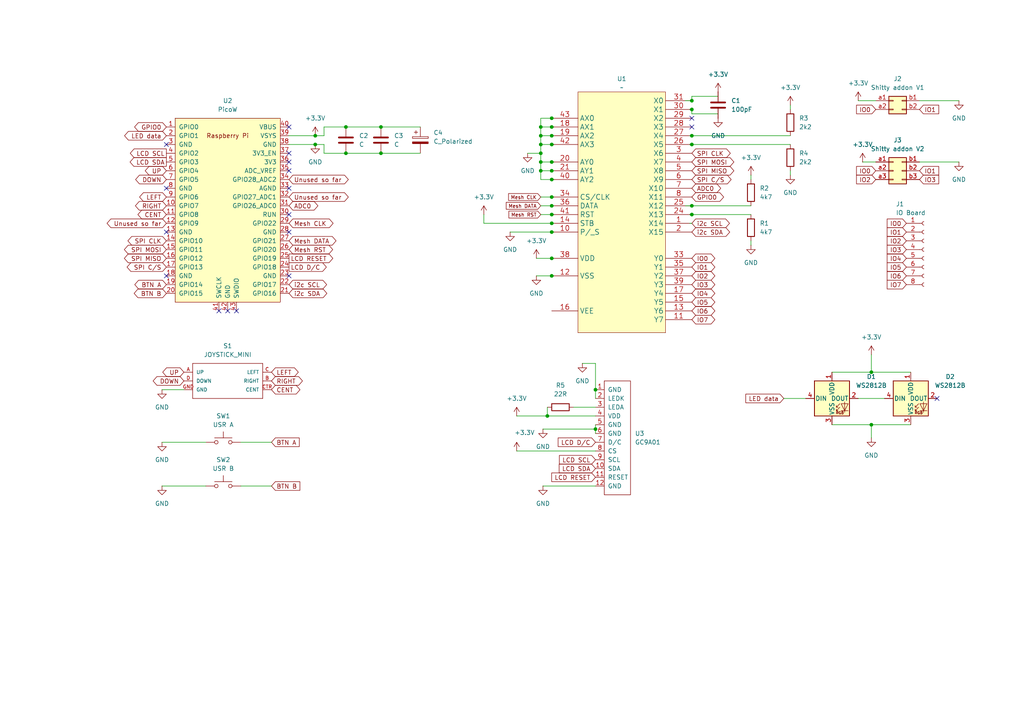
<source format=kicad_sch>
(kicad_sch (version 20231120) (generator "eeschema") (generator_version "8.0")
  (paper "A4")
  (lib_symbols
    (symbol "Connector:Conn_01x08_Socket" (pin_names (offset 1.016) hide)
      (property "Reference" "J" (at 0 10.16 0))
      (property "Value" "Conn_01x08_Socket" (at 0 -12.7 0))
      (symbol "Conn_01x08_Socket_1_1"
        (arc (start 0 -9.652) (mid -0.5058 -10.16) (end 0 -10.668) (stroke (width 0.1524)))
        (arc (start 0 -7.112) (mid -0.5058 -7.62) (end 0 -8.128) (stroke (width 0.1524)))
        (arc (start 0 -4.572) (mid -0.5058 -5.08) (end 0 -5.588) (stroke (width 0.1524)))
        (arc (start 0 -2.032) (mid -0.5058 -2.54) (end 0 -3.048) (stroke (width 0.1524)))
        (polyline (pts (xy -1.27 -10.16) (xy -0.508 -10.16)) (stroke (width 0.1524)))
        (polyline (pts (xy -1.27 -7.62) (xy -0.508 -7.62)) (stroke (width 0.1524)))
        (polyline (pts (xy -1.27 -5.08) (xy -0.508 -5.08)) (stroke (width 0.1524)))
        (polyline (pts (xy -1.27 -2.54) (xy -0.508 -2.54)) (stroke (width 0.1524)))
        (polyline (pts (xy -1.27 0) (xy -0.508 0)) (stroke (width 0.1524)))
        (polyline (pts (xy -1.27 2.54) (xy -0.508 2.54)) (stroke (width 0.1524)))
        (polyline (pts (xy -1.27 5.08) (xy -0.508 5.08)) (stroke (width 0.1524)))
        (polyline (pts (xy -1.27 7.62) (xy -0.508 7.62)) (stroke (width 0.1524)))
        (arc (start 0 0.508) (mid -0.5058 0) (end 0 -0.508) (stroke (width 0.1524)))
        (arc (start 0 3.048) (mid -0.5058 2.54) (end 0 2.032) (stroke (width 0.1524)))
        (arc (start 0 5.588) (mid -0.5058 5.08) (end 0 4.572) (stroke (width 0.1524)))
        (arc (start 0 8.128) (mid -0.5058 7.62) (end 0 7.112) (stroke (width 0.1524)))
        (pin passive line (at -5.08 7.62 0) (length 3.81) (name "Pin_1") (number "1"))
        (pin passive line (at -5.08 5.08 0) (length 3.81) (name "Pin_2") (number "2"))
        (pin passive line (at -5.08 2.54 0) (length 3.81) (name "Pin_3") (number "3"))
        (pin passive line (at -5.08 0 0) (length 3.81) (name "Pin_4") (number "4"))
        (pin passive line (at -5.08 -2.54 0) (length 3.81) (name "Pin_5") (number "5"))
        (pin passive line (at -5.08 -5.08 0) (length 3.81) (name "Pin_6") (number "6"))
        (pin passive line (at -5.08 -7.62 0) (length 3.81) (name "Pin_7") (number "7"))
        (pin passive line (at -5.08 -10.16 0) (length 3.81) (name "Pin_8") (number "8"))
      )
    )
    (symbol "Connector_Generic:Conn_02x02_Row_Letter_First" (pin_names (offset 1.016) hide)
      (property "Reference" "J" (at 1.27 2.54 0))
      (property "Value" "Conn_02x02_Row_Letter_First" (at 1.27 -5.08 0))
      (symbol "Conn_02x02_Row_Letter_First_1_1"
        (rectangle (start -1.27 -2.413) (end 0 -2.667) (stroke (width 0.1524)))
        (rectangle (start -1.27 0.127) (end 0 -0.127) (stroke (width 0.1524)))
        (rectangle (start -1.27 1.27) (end 3.81 -3.81) (stroke (width 0.254)) (fill (type background)))
        (rectangle (start 3.81 -2.413) (end 2.54 -2.667) (stroke (width 0.1524)))
        (rectangle (start 3.81 0.127) (end 2.54 -0.127) (stroke (width 0.1524)))
        (pin passive line (at -5.08 0 0) (length 3.81) (name "Pin_a1") (number "a1"))
        (pin passive line (at -5.08 -2.54 0) (length 3.81) (name "Pin_a2") (number "a2"))
        (pin passive line (at 7.62 0 180) (length 3.81) (name "Pin_b1") (number "b1"))
        (pin passive line (at 7.62 -2.54 180) (length 3.81) (name "Pin_b2") (number "b2"))
      )
    )
    (symbol "Connector_Generic:Conn_02x03_Row_Letter_First" (pin_names (offset 1.016) hide)
      (property "Reference" "J" (at 1.27 5.08 0))
      (property "Value" "Conn_02x03_Row_Letter_First" (at 1.27 -5.08 0))
      (symbol "Conn_02x03_Row_Letter_First_1_1"
        (rectangle (start -1.27 -2.413) (end 0 -2.667) (stroke (width 0.1524)))
        (rectangle (start -1.27 0.127) (end 0 -0.127) (stroke (width 0.1524)))
        (rectangle (start -1.27 2.667) (end 0 2.413) (stroke (width 0.1524)))
        (rectangle (start -1.27 3.81) (end 3.81 -3.81) (stroke (width 0.254)) (fill (type background)))
        (rectangle (start 3.81 -2.413) (end 2.54 -2.667) (stroke (width 0.1524)))
        (rectangle (start 3.81 0.127) (end 2.54 -0.127) (stroke (width 0.1524)))
        (rectangle (start 3.81 2.667) (end 2.54 2.413) (stroke (width 0.1524)))
        (pin passive line (at -5.08 2.54 0) (length 3.81) (name "Pin_a1") (number "a1"))
        (pin passive line (at -5.08 0 0) (length 3.81) (name "Pin_a2") (number "a2"))
        (pin passive line (at -5.08 -2.54 0) (length 3.81) (name "Pin_a3") (number "a3"))
        (pin passive line (at 7.62 2.54 180) (length 3.81) (name "Pin_b1") (number "b1"))
        (pin passive line (at 7.62 0 180) (length 3.81) (name "Pin_b2") (number "b2"))
        (pin passive line (at 7.62 -2.54 180) (length 3.81) (name "Pin_b3") (number "b3"))
      )
    )
    (symbol "Device:C" (pin_numbers hide) (pin_names (offset 0.254))
      (property "Reference" "C" (at 0.635 2.54 0))
      (property "Value" "C" (at 0.635 -2.54 0))
      (symbol "C_0_1"
        (polyline (pts (xy -2.032 -0.762) (xy 2.032 -0.762)) (stroke (width 0.508)))
        (polyline (pts (xy -2.032 0.762) (xy 2.032 0.762)) (stroke (width 0.508)))
      )
      (symbol "C_1_1"
        (pin passive line (at 0 3.81 270) (length 2.794) (name "~") (number "1"))
        (pin passive line (at 0 -3.81 90) (length 2.794) (name "~") (number "2"))
      )
    )
    (symbol "Device:C_Polarized" (pin_numbers hide) (pin_names (offset 0.254))
      (property "Reference" "C" (at 0.635 2.54 0))
      (property "Value" "C_Polarized" (at 0.635 -2.54 0))
      (symbol "C_Polarized_0_1"
        (rectangle (start -2.286 0.508) (end 2.286 1.016))
        (polyline (pts (xy -1.778 2.286) (xy -0.762 2.286)))
        (polyline (pts (xy -1.27 2.794) (xy -1.27 1.778)))
        (rectangle (start 2.286 -0.508) (end -2.286 -1.016) (fill (type outline)))
      )
      (symbol "C_Polarized_1_1"
        (pin passive line (at 0 3.81 270) (length 2.794) (name "~") (number "1"))
        (pin passive line (at 0 -3.81 90) (length 2.794) (name "~") (number "2"))
      )
    )
    (symbol "Device:R" (pin_numbers hide) (pin_names (offset 0))
      (property "Reference" "R" (at 2.032 0 90))
      (property "Value" "R" (at 0 0 90))
      (symbol "R_0_1"
        (rectangle (start -1.016 -2.54) (end 1.016 2.54) (stroke (width 0.254)))
      )
      (symbol "R_1_1"
        (pin passive line (at 0 3.81 270) (length 1.27) (name "~") (number "1"))
        (pin passive line (at 0 -3.81 90) (length 1.27) (name "~") (number "2"))
      )
    )
    (symbol "GC9A01:GC9A01" (pin_names (offset 1.016))
      (property "Reference" "U" (at -2.54 16.51 0))
      (property "Value" "GC9A01" (at 0 -19.05 0))
      (symbol "GC9A01_0_1"
        (rectangle (start -3.81 15.24) (end 3.81 -17.78))
      )
      (symbol "GC9A01_1_1"
        (pin input line (at -6.35 12.7 0) (length 2.54) (name "GND") (number "1"))
        (pin input line (at -6.35 -10.16 0) (length 2.54) (name "SDA") (number "10"))
        (pin input line (at -6.35 -12.7 0) (length 2.54) (name "RESET") (number "11"))
        (pin input line (at -6.35 -15.24 0) (length 2.54) (name "GND") (number "12"))
        (pin input line (at -6.35 10.16 0) (length 2.54) (name "LEDK") (number "2"))
        (pin input line (at -6.35 7.62 0) (length 2.54) (name "LEDA") (number "3"))
        (pin input line (at -6.35 5.08 0) (length 2.54) (name "VDD") (number "4"))
        (pin input line (at -6.35 2.54 0) (length 2.54) (name "GND") (number "5"))
        (pin input line (at -6.35 0 0) (length 2.54) (name "GND") (number "6"))
        (pin input line (at -6.35 -2.54 0) (length 2.54) (name "D/C") (number "7"))
        (pin input line (at -6.35 -5.08 0) (length 2.54) (name "CS") (number "8"))
        (pin input line (at -6.35 -7.62 0) (length 2.54) (name "SCL") (number "9"))
      )
    )
    (symbol "JumperlessSymbols:CH446Q"
      (property "Reference" "U" (at 0 12.7 0))
      (symbol "CH446Q_1_1"
        (rectangle (start -12.065 35.56) (end 13.335 -34.29) (stroke (width 0.127)) (fill (type background)))
        (pin bidirectional line (at 20.955 -2.54 180) (length 7.62) (name "X14") (number "1"))
        (pin input line (at -19.685 -5.08 0) (length 7.62) (name "P/_S") (number "10"))
        (pin bidirectional line (at 20.955 -30.48 180) (length 7.62) (name "Y7") (number "11"))
        (pin power_in line (at -19.685 -17.78 0) (length 7.62) (name "VSS") (number "12"))
        (pin bidirectional line (at 20.955 -27.94 180) (length 7.62) (name "Y6") (number "13"))
        (pin input line (at -19.685 -2.54 0) (length 7.62) (name "STB") (number "14"))
        (pin bidirectional line (at 20.955 -25.4 180) (length 7.62) (name "Y5") (number "15"))
        (pin power_in line (at -19.685 -27.94 0) (length 7.62) (name "VEE") (number "16"))
        (pin bidirectional line (at 20.955 -22.86 180) (length 7.62) (name "Y4") (number "17"))
        (pin input line (at -19.685 25.4 0) (length 7.62) (name "AX1") (number "18"))
        (pin input line (at -19.685 22.86 0) (length 7.62) (name "AX2") (number "19"))
        (pin bidirectional line (at 20.955 -5.08 180) (length 7.62) (name "X15") (number "2"))
        (pin input line (at -19.685 15.24 0) (length 7.62) (name "AY0") (number "20"))
        (pin input line (at -19.685 12.7 0) (length 7.62) (name "AY1") (number "21"))
        (pin bidirectional line (at 20.955 0 180) (length 7.62) (name "X13") (number "24"))
        (pin bidirectional line (at 20.955 2.54 180) (length 7.62) (name "X12") (number "25"))
        (pin bidirectional line (at 20.955 20.32 180) (length 7.62) (name "X5") (number "26"))
        (pin bidirectional line (at 20.955 22.86 180) (length 7.62) (name "X4") (number "27"))
        (pin bidirectional line (at 20.955 25.4 180) (length 7.62) (name "X3") (number "28"))
        (pin bidirectional line (at 20.955 27.94 180) (length 7.62) (name "X2") (number "29"))
        (pin bidirectional line (at 20.955 17.78 180) (length 7.62) (name "X6") (number "3"))
        (pin bidirectional line (at 20.955 30.48 180) (length 7.62) (name "X1") (number "30"))
        (pin bidirectional line (at 20.955 33.02 180) (length 7.62) (name "X0") (number "31"))
        (pin bidirectional line (at 20.955 -12.7 180) (length 7.62) (name "Y0") (number "33"))
        (pin input line (at -19.685 5.08 0) (length 7.62) (name "CS/CLK") (number "34"))
        (pin bidirectional line (at 20.955 -15.24 180) (length 7.62) (name "Y1") (number "35"))
        (pin input line (at -19.685 2.54 0) (length 7.62) (name "DATA") (number "36"))
        (pin bidirectional line (at 20.955 -17.78 180) (length 7.62) (name "Y2") (number "37"))
        (pin power_in line (at -19.685 -12.7 0) (length 7.62) (name "VDD") (number "38"))
        (pin bidirectional line (at 20.955 -20.32 180) (length 7.62) (name "Y3") (number "39"))
        (pin bidirectional line (at 20.955 15.24 180) (length 7.62) (name "X7") (number "4"))
        (pin input line (at -19.685 10.16 0) (length 7.62) (name "AY2") (number "40"))
        (pin input line (at -19.685 0 0) (length 7.62) (name "RST") (number "41"))
        (pin input line (at -19.685 20.32 0) (length 7.62) (name "AX3") (number "42"))
        (pin input line (at -19.685 27.94 0) (length 7.62) (name "AX0") (number "43"))
        (pin bidirectional line (at 20.955 12.7 180) (length 7.62) (name "X8") (number "5"))
        (pin bidirectional line (at 20.955 10.16 180) (length 7.62) (name "X9") (number "6"))
        (pin bidirectional line (at 20.955 7.62 180) (length 7.62) (name "X10") (number "7"))
        (pin bidirectional line (at 20.955 5.08 180) (length 7.62) (name "X11") (number "8"))
      )
    )
    (symbol "LED:WS2812B" (pin_names (offset 0.254))
      (property "Reference" "D" (at 5.08 5.715 0))
      (property "Value" "WS2812B" (at 1.27 -5.715 0))
      (symbol "WS2812B_0_0"
        (text "RGB" (at 2.286 -4.191 0) (effects (font (size 0.762 0.762))))
      )
      (symbol "WS2812B_0_1"
        (polyline (pts (xy 1.27 -3.556) (xy 1.778 -3.556)))
        (polyline (pts (xy 1.27 -2.54) (xy 1.778 -2.54)))
        (polyline (pts (xy 4.699 -3.556) (xy 2.667 -3.556)))
        (polyline (pts (xy 2.286 -2.54) (xy 1.27 -3.556) (xy 1.27 -3.048)))
        (polyline (pts (xy 2.286 -1.524) (xy 1.27 -2.54) (xy 1.27 -2.032)))
        (polyline (pts (xy 3.683 -1.016) (xy 3.683 -3.556) (xy 3.683 -4.064)))
        (polyline (pts (xy 4.699 -1.524) (xy 2.667 -1.524) (xy 3.683 -3.556) (xy 4.699 -1.524)))
        (rectangle (start 5.08 5.08) (end -5.08 -5.08) (stroke (width 0.254)) (fill (type background)))
      )
      (symbol "WS2812B_1_1"
        (pin power_in line (at 0 7.62 270) (length 2.54) (name "VDD") (number "1"))
        (pin output line (at 7.62 0 180) (length 2.54) (name "DOUT") (number "2"))
        (pin power_in line (at 0 -7.62 90) (length 2.54) (name "VSS") (number "3"))
        (pin input line (at -7.62 0 0) (length 2.54) (name "DIN") (number "4"))
      )
    )
    (symbol "RPi_Pico:PicoW" (pin_names (offset 1.016))
      (property "Reference" "U" (at -13.97 27.94 0))
      (property "Value" "PicoW" (at 0 19.05 0))
      (symbol "PicoW_0_0"
        (text "Raspberry Pi" (at 0 21.59 0) (effects (font (size 1.27 1.27))))
      )
      (symbol "PicoW_0_1"
        (rectangle (start -15.24 26.67) (end 15.24 -26.67) (fill (type background)))
      )
      (symbol "PicoW_1_1"
        (pin bidirectional line (at -17.78 24.13 0) (length 2.54) (name "GPIO0") (number "1"))
        (pin bidirectional line (at -17.78 1.27 0) (length 2.54) (name "GPIO7") (number "10"))
        (pin bidirectional line (at -17.78 -1.27 0) (length 2.54) (name "GPIO8") (number "11"))
        (pin bidirectional line (at -17.78 -3.81 0) (length 2.54) (name "GPIO9") (number "12"))
        (pin power_in line (at -17.78 -6.35 0) (length 2.54) (name "GND") (number "13"))
        (pin bidirectional line (at -17.78 -8.89 0) (length 2.54) (name "GPIO10") (number "14"))
        (pin bidirectional line (at -17.78 -11.43 0) (length 2.54) (name "GPIO11") (number "15"))
        (pin bidirectional line (at -17.78 -13.97 0) (length 2.54) (name "GPIO12") (number "16"))
        (pin bidirectional line (at -17.78 -16.51 0) (length 2.54) (name "GPIO13") (number "17"))
        (pin power_in line (at -17.78 -19.05 0) (length 2.54) (name "GND") (number "18"))
        (pin bidirectional line (at -17.78 -21.59 0) (length 2.54) (name "GPIO14") (number "19"))
        (pin bidirectional line (at -17.78 21.59 0) (length 2.54) (name "GPIO1") (number "2"))
        (pin bidirectional line (at -17.78 -24.13 0) (length 2.54) (name "GPIO15") (number "20"))
        (pin bidirectional line (at 17.78 -24.13 180) (length 2.54) (name "GPIO16") (number "21"))
        (pin bidirectional line (at 17.78 -21.59 180) (length 2.54) (name "GPIO17") (number "22"))
        (pin power_in line (at 17.78 -19.05 180) (length 2.54) (name "GND") (number "23"))
        (pin bidirectional line (at 17.78 -16.51 180) (length 2.54) (name "GPIO18") (number "24"))
        (pin bidirectional line (at 17.78 -13.97 180) (length 2.54) (name "GPIO19") (number "25"))
        (pin bidirectional line (at 17.78 -11.43 180) (length 2.54) (name "GPIO20") (number "26"))
        (pin bidirectional line (at 17.78 -8.89 180) (length 2.54) (name "GPIO21") (number "27"))
        (pin power_in line (at 17.78 -6.35 180) (length 2.54) (name "GND") (number "28"))
        (pin bidirectional line (at 17.78 -3.81 180) (length 2.54) (name "GPIO22") (number "29"))
        (pin power_in line (at -17.78 19.05 0) (length 2.54) (name "GND") (number "3"))
        (pin input line (at 17.78 -1.27 180) (length 2.54) (name "RUN") (number "30"))
        (pin bidirectional line (at 17.78 1.27 180) (length 2.54) (name "GPIO26_ADC0") (number "31"))
        (pin bidirectional line (at 17.78 3.81 180) (length 2.54) (name "GPIO27_ADC1") (number "32"))
        (pin power_in line (at 17.78 6.35 180) (length 2.54) (name "AGND") (number "33"))
        (pin bidirectional line (at 17.78 8.89 180) (length 2.54) (name "GPIO28_ADC2") (number "34"))
        (pin unspecified line (at 17.78 11.43 180) (length 2.54) (name "ADC_VREF") (number "35"))
        (pin unspecified line (at 17.78 13.97 180) (length 2.54) (name "3V3") (number "36"))
        (pin input line (at 17.78 16.51 180) (length 2.54) (name "3V3_EN") (number "37"))
        (pin bidirectional line (at 17.78 19.05 180) (length 2.54) (name "GND") (number "38"))
        (pin unspecified line (at 17.78 21.59 180) (length 2.54) (name "VSYS") (number "39"))
        (pin bidirectional line (at -17.78 16.51 0) (length 2.54) (name "GPIO2") (number "4"))
        (pin unspecified line (at 17.78 24.13 180) (length 2.54) (name "VBUS") (number "40"))
        (pin input line (at -2.54 -29.21 90) (length 2.54) (name "SWCLK") (number "41"))
        (pin power_in line (at 0 -29.21 90) (length 2.54) (name "GND") (number "42"))
        (pin bidirectional line (at 2.54 -29.21 90) (length 2.54) (name "SWDIO") (number "43"))
        (pin bidirectional line (at -17.78 13.97 0) (length 2.54) (name "GPIO3") (number "5"))
        (pin bidirectional line (at -17.78 11.43 0) (length 2.54) (name "GPIO4") (number "6"))
        (pin bidirectional line (at -17.78 8.89 0) (length 2.54) (name "GPIO5") (number "7"))
        (pin power_in line (at -17.78 6.35 0) (length 2.54) (name "GND") (number "8"))
        (pin bidirectional line (at -17.78 3.81 0) (length 2.54) (name "GPIO6") (number "9"))
      )
    )
    (symbol "SparkFun-Electromechanical:JOYSTICK_MINI" (pin_names (offset 1.016))
      (property "Reference" "S" (at -10.16 5.842 0))
      (property "Value" "JOYSTICK_MINI" (at -10.16 -7.62 0))
      (symbol "JOYSTICK_MINI_1_0"
        (polyline (pts (xy -10.16 -5.08) (xy -10.16 5.08)))
        (polyline (pts (xy -10.16 5.08) (xy 10.16 5.08)))
        (polyline (pts (xy 10.16 -5.08) (xy -10.16 -5.08)))
        (polyline (pts (xy 10.16 5.08) (xy 10.16 -5.08)))
      )
      (symbol "JOYSTICK_MINI_1_1"
        (pin bidirectional line (at -12.7 2.54 0) (length 2.54) (name "UP") (number "A"))
        (pin bidirectional line (at 12.7 0 180) (length 2.54) (name "RIGHT") (number "B"))
        (pin bidirectional line (at 12.7 2.54 180) (length 2.54) (name "LEFT") (number "C"))
        (pin bidirectional line (at 12.7 -2.54 180) (length 2.54) (name "CENT") (number "CTR"))
        (pin bidirectional line (at -12.7 0 0) (length 2.54) (name "DOWN") (number "D"))
        (pin bidirectional line (at -12.7 -2.54 0) (length 2.54) (name "GND") (number "GND"))
      )
    )
    (symbol "Switch:SW_Push" (pin_numbers hide) (pin_names (offset 1.016) hide)
      (property "Reference" "SW" (at 1.27 2.54 0))
      (property "Value" "SW_Push" (at 0 -1.524 0))
      (symbol "SW_Push_0_1"
        (circle (center -2.032 0) (radius 0.508))
        (polyline (pts (xy 0 1.27) (xy 0 3.048)))
        (polyline (pts (xy 2.54 1.27) (xy -2.54 1.27)))
        (circle (center 2.032 0) (radius 0.508))
        (pin passive line (at -5.08 0 0) (length 2.54) (name "1") (number "1"))
        (pin passive line (at 5.08 0 180) (length 2.54) (name "2") (number "2"))
      )
    )
    (symbol "power:+3.3V" (power) (pin_numbers hide) (pin_names (offset 0) hide)
      (property "Value" "+3.3V" (at 0 3.556 0))
      (symbol "+3.3V_0_1"
        (polyline (pts (xy -0.762 1.27) (xy 0 2.54)))
        (polyline (pts (xy 0 0) (xy 0 2.54)))
        (polyline (pts (xy 0 2.54) (xy 0.762 1.27)))
      )
      (symbol "+3.3V_1_1"
        (pin power_in line (at 0 0 90) (length 0) (name "~") (number "1"))
      )
    )
    (symbol "power:GND" (power) (pin_numbers hide) (pin_names (offset 0) hide)
      (property "Value" "GND" (at 0 -3.81 0))
      (symbol "GND_0_1"
        (polyline (pts (xy 0 0) (xy 0 -1.27) (xy 1.27 -1.27) (xy 0 -2.54) (xy -1.27 -1.27) (xy 0 -1.27)))
      )
      (symbol "GND_1_1"
        (pin power_in line (at 0 0 270) (length 0) (name "~") (number "1"))
      )
    )
  )
  (junction (at 252.73 123.19))
  (junction (at 160.02 34.29))
  (junction (at 160.02 62.23))
  (junction (at 160.02 67.31))
  (junction (at 156.845 49.53))
  (junction (at 100.33 44.45))
  (junction (at 91.44 41.91))
  (junction (at 172.72 124.46))
  (junction (at 160.02 49.53))
  (junction (at 160.02 59.69))
  (junction (at 158.75 120.65))
  (junction (at 160.02 80.01))
  (junction (at 252.73 107.95))
  (junction (at 200.66 29.21))
  (junction (at 100.33 36.83))
  (junction (at 110.49 44.45))
  (junction (at 160.02 57.15))
  (junction (at 156.845 41.91))
  (junction (at 160.02 39.37))
  (junction (at 156.845 44.45))
  (junction (at 160.02 52.07))
  (junction (at 91.44 39.37))
  (junction (at 200.66 41.91))
  (junction (at 156.845 39.37))
  (junction (at 156.845 46.99))
  (junction (at 156.845 36.83))
  (junction (at 172.72 113.03))
  (junction (at 160.02 41.91))
  (junction (at 200.66 31.75))
  (junction (at 160.02 46.99))
  (junction (at 160.02 36.83))
  (junction (at 110.49 36.83))
  (junction (at 160.02 64.77))
  (junction (at 200.66 62.23))
  (junction (at 200.66 59.69))
  (junction (at 160.02 74.93))
  (junction (at 200.66 39.37))
  (no_connect (at 48.26 41.91))
  (no_connect (at 66.04 90.17))
  (no_connect (at 83.82 67.31))
  (no_connect (at 83.82 44.45))
  (no_connect (at 271.78 115.57))
  (no_connect (at 48.26 80.01))
  (no_connect (at 83.82 62.23))
  (no_connect (at 83.82 46.99))
  (no_connect (at 83.82 80.01))
  (no_connect (at 83.82 49.53))
  (no_connect (at 68.58 90.17))
  (no_connect (at 63.5 90.17))
  (no_connect (at 48.26 54.61))
  (no_connect (at 83.82 36.83))
  (no_connect (at 83.82 54.61))
  (no_connect (at 200.66 36.83))
  (no_connect (at 200.66 34.29))
  (no_connect (at 48.26 67.31))
  (wire (pts (xy 156.845 46.99) (xy 160.02 46.99)))
  (wire (pts (xy 69.85 128.27) (xy 78.74 128.27)))
  (wire (pts (xy 156.845 44.45) (xy 156.845 46.99)))
  (wire (pts (xy 157.48 124.46) (xy 172.72 124.46)))
  (wire (pts (xy 83.82 39.37) (xy 91.44 39.37)))
  (wire (pts (xy 100.33 44.45) (xy 110.49 44.45)))
  (wire (pts (xy 157.48 140.97) (xy 172.72 140.97)))
  (wire (pts (xy 252.73 107.95) (xy 264.16 107.95)))
  (wire (pts (xy 147.955 67.31) (xy 160.02 67.31)))
  (wire (pts (xy 100.33 44.45) (xy 93.98 44.45)))
  (wire (pts (xy 160.02 39.37) (xy 160.655 39.37)))
  (wire (pts (xy 100.33 36.83) (xy 110.49 36.83)))
  (wire (pts (xy 229.235 30.48) (xy 229.235 31.75)))
  (wire (pts (xy 160.02 62.23) (xy 160.655 62.23)))
  (wire (pts (xy 158.75 120.65) (xy 172.72 120.65)))
  (wire (pts (xy 156.845 46.99) (xy 156.845 49.53)))
  (wire (pts (xy 227.33 115.57) (xy 233.68 115.57)))
  (wire (pts (xy 93.98 39.37) (xy 91.44 39.37)))
  (wire (pts (xy 156.845 36.83) (xy 156.845 39.37)))
  (wire (pts (xy 160.02 74.93) (xy 160.655 74.93)))
  (wire (pts (xy 252.73 123.19) (xy 252.73 127)))
  (wire (pts (xy 69.85 140.97) (xy 78.74 140.97)))
  (wire (pts (xy 172.72 113.03) (xy 172.72 115.57)))
  (wire (pts (xy 198.755 59.69) (xy 200.66 59.69)))
  (wire (pts (xy 160.02 49.53) (xy 160.655 49.53)))
  (wire (pts (xy 156.845 62.23) (xy 160.02 62.23)))
  (wire (pts (xy 200.66 41.91) (xy 229.235 41.91)))
  (wire (pts (xy 172.72 113.03) (xy 172.72 105.41)))
  (wire (pts (xy 46.99 113.03) (xy 53.34 113.03)))
  (wire (pts (xy 160.02 64.77) (xy 160.655 64.77)))
  (wire (pts (xy 200.025 39.37) (xy 200.66 39.37)))
  (wire (pts (xy 156.845 36.83) (xy 160.02 36.83)))
  (wire (pts (xy 266.7 46.99) (xy 278.13 46.99)))
  (wire (pts (xy 156.845 41.91) (xy 156.845 44.45)))
  (wire (pts (xy 200.66 39.37) (xy 229.235 39.37)))
  (wire (pts (xy 217.805 50.8) (xy 217.805 52.07)))
  (wire (pts (xy 200.025 62.23) (xy 200.66 62.23)))
  (wire (pts (xy 100.33 36.83) (xy 93.98 36.83)))
  (wire (pts (xy 140.335 62.23) (xy 140.335 64.77)))
  (wire (pts (xy 160.02 46.99) (xy 160.655 46.99)))
  (wire (pts (xy 46.99 140.97) (xy 59.69 140.97)))
  (wire (pts (xy 156.845 49.53) (xy 160.02 49.53)))
  (wire (pts (xy 252.73 123.19) (xy 264.16 123.19)))
  (wire (pts (xy 83.82 41.91) (xy 91.44 41.91)))
  (wire (pts (xy 241.3 107.95) (xy 252.73 107.95)))
  (wire (pts (xy 110.49 44.45) (xy 121.92 44.45)))
  (wire (pts (xy 160.02 59.69) (xy 160.655 59.69)))
  (wire (pts (xy 166.37 118.11) (xy 172.72 118.11)))
  (wire (pts (xy 248.92 29.21) (xy 254 29.21)))
  (wire (pts (xy 160.02 52.07) (xy 160.655 52.07)))
  (wire (pts (xy 160.02 67.31) (xy 160.655 67.31)))
  (wire (pts (xy 160.02 80.01) (xy 160.655 80.01)))
  (wire (pts (xy 198.755 29.21) (xy 200.66 29.21)))
  (wire (pts (xy 200.66 33.02) (xy 200.66 31.75)))
  (wire (pts (xy 155.575 80.01) (xy 160.02 80.01)))
  (wire (pts (xy 156.845 39.37) (xy 160.02 39.37)))
  (wire (pts (xy 46.99 128.27) (xy 59.69 128.27)))
  (wire (pts (xy 91.44 41.91) (xy 93.98 41.91)))
  (wire (pts (xy 160.02 57.15) (xy 160.655 57.15)))
  (wire (pts (xy 160.02 41.91) (xy 160.655 41.91)))
  (wire (pts (xy 172.72 124.46) (xy 172.72 125.73)))
  (wire (pts (xy 160.02 36.83) (xy 160.655 36.83)))
  (wire (pts (xy 208.28 33.02) (xy 200.66 33.02)))
  (wire (pts (xy 208.28 27.94) (xy 200.66 27.94)))
  (wire (pts (xy 156.845 49.53) (xy 156.845 52.07)))
  (wire (pts (xy 156.845 52.07) (xy 160.02 52.07)))
  (wire (pts (xy 252.73 102.87) (xy 252.73 107.95)))
  (wire (pts (xy 140.335 64.77) (xy 160.02 64.77)))
  (wire (pts (xy 93.98 36.83) (xy 93.98 39.37)))
  (wire (pts (xy 172.72 123.19) (xy 172.72 124.46)))
  (wire (pts (xy 110.49 36.83) (xy 121.92 36.83)))
  (wire (pts (xy 149.86 120.65) (xy 158.75 120.65)))
  (wire (pts (xy 200.66 62.23) (xy 217.805 62.23)))
  (wire (pts (xy 172.72 105.41) (xy 168.91 105.41)))
  (wire (pts (xy 93.98 44.45) (xy 93.98 41.91)))
  (wire (pts (xy 241.3 123.19) (xy 252.73 123.19)))
  (wire (pts (xy 217.805 69.85) (xy 217.805 71.12)))
  (wire (pts (xy 160.655 34.29) (xy 160.02 34.29)))
  (wire (pts (xy 149.86 130.81) (xy 172.72 130.81)))
  (wire (pts (xy 156.845 41.91) (xy 160.02 41.91)))
  (wire (pts (xy 200.66 27.94) (xy 200.66 29.21)))
  (wire (pts (xy 266.7 29.21) (xy 278.13 29.21)))
  (wire (pts (xy 200.025 31.75) (xy 200.66 31.75)))
  (wire (pts (xy 160.02 34.29) (xy 156.845 34.29)))
  (wire (pts (xy 200.025 64.77) (xy 200.66 64.77)))
  (wire (pts (xy 200.025 41.91) (xy 200.66 41.91)))
  (wire (pts (xy 156.845 57.15) (xy 160.02 57.15)))
  (wire (pts (xy 155.575 74.93) (xy 160.02 74.93)))
  (wire (pts (xy 200.66 59.69) (xy 217.805 59.69)))
  (wire (pts (xy 156.845 39.37) (xy 156.845 41.91)))
  (wire (pts (xy 156.845 34.29) (xy 156.845 36.83)))
  (wire (pts (xy 248.92 115.57) (xy 256.54 115.57)))
  (wire (pts (xy 153.035 44.45) (xy 156.845 44.45)))
  (wire (pts (xy 250.19 46.99) (xy 254 46.99)))
  (wire (pts (xy 156.845 59.69) (xy 160.02 59.69)))
  (wire (pts (xy 158.75 118.11) (xy 158.75 120.65)))
  (wire (pts (xy 229.235 49.53) (xy 229.235 50.8)))
  (global_label "LCD SDA" (shape output) (at 48.26 46.99 180) (property "Intersheetrefs" "${INTERSHEET_REFS}" (effects (hide yes))))
  (global_label "IO6" (shape bidirectional) (at 200.66 90.17 0) (property "Intersheetrefs" "${INTERSHEET_REFS}" (effects (hide yes))))
  (global_label "CENT" (shape bidirectional) (at 48.26 62.23 180) (property "Intersheetrefs" "${INTERSHEET_REFS}" (effects (hide yes))))
  (global_label "RIGHT" (shape bidirectional) (at 48.26 59.69 180) (property "Intersheetrefs" "${INTERSHEET_REFS}" (effects (hide yes))))
  (global_label "RIGHT" (shape bidirectional) (at 78.74 110.49 0) (property "Intersheetrefs" "${INTERSHEET_REFS}" (effects (hide yes))))
  (global_label "IO1" (shape bidirectional) (at 200.66 77.47 0) (property "Intersheetrefs" "${INTERSHEET_REFS}" (effects (hide yes))))
  (global_label "LED data" (shape input) (at 227.33 115.57 180) (property "Intersheetrefs" "${INTERSHEET_REFS}" (effects (hide yes))))
  (global_label "ADC0" (shape bidirectional) (at 200.66 54.61 0) (property "Intersheetrefs" "${INTERSHEET_REFS}" (effects (hide yes))))
  (global_label "SPI MISO" (shape bidirectional) (at 200.66 49.53 0) (property "Intersheetrefs" "${INTERSHEET_REFS}" (effects (hide yes))))
  (global_label "SPI CLK" (shape bidirectional) (at 200.66 44.45 0) (property "Intersheetrefs" "${INTERSHEET_REFS}" (effects (hide yes))))
  (global_label "Mesh RST" (shape input) (at 156.845 62.23 180) (effects (font (size 1.016 1.016))) (property "Intersheetrefs" "${INTERSHEET_REFS}" (effects (hide yes))))
  (global_label "IO5" (shape input) (at 262.89 77.47 180) (property "Intersheetrefs" "${INTERSHEET_REFS}" (effects (hide yes))))
  (global_label "i2c SCL" (shape bidirectional) (at 83.82 82.55 0) (property "Intersheetrefs" "${INTERSHEET_REFS}" (effects (hide yes))))
  (global_label "Mesh RST" (shape bidirectional) (at 83.82 72.39 0) (property "Intersheetrefs" "${INTERSHEET_REFS}" (effects (hide yes))))
  (global_label "i2c SDA" (shape bidirectional) (at 83.82 85.09 0) (property "Intersheetrefs" "${INTERSHEET_REFS}" (effects (hide yes))))
  (global_label "IO5" (shape bidirectional) (at 200.66 87.63 0) (property "Intersheetrefs" "${INTERSHEET_REFS}" (effects (hide yes))))
  (global_label "UP" (shape bidirectional) (at 53.34 107.95 180) (property "Intersheetrefs" "${INTERSHEET_REFS}" (effects (hide yes))))
  (global_label "DOWN" (shape bidirectional) (at 48.26 52.07 180) (property "Intersheetrefs" "${INTERSHEET_REFS}" (effects (hide yes))))
  (global_label "SPI MISO" (shape bidirectional) (at 48.26 74.93 180) (property "Intersheetrefs" "${INTERSHEET_REFS}" (effects (hide yes))))
  (global_label "BTN A" (shape input) (at 78.74 128.27 0) (property "Intersheetrefs" "${INTERSHEET_REFS}" (effects (hide yes))))
  (global_label "DOWN" (shape bidirectional) (at 53.34 110.49 180) (property "Intersheetrefs" "${INTERSHEET_REFS}" (effects (hide yes))))
  (global_label "IO0" (shape input) (at 262.89 64.77 180) (property "Intersheetrefs" "${INTERSHEET_REFS}" (effects (hide yes))))
  (global_label "Mesh DATA" (shape bidirectional) (at 83.82 69.85 0) (property "Intersheetrefs" "${INTERSHEET_REFS}" (effects (hide yes))))
  (global_label "LCD SCL" (shape input) (at 172.72 133.35 180) (property "Intersheetrefs" "${INTERSHEET_REFS}" (effects (hide yes))))
  (global_label "SPI MOSI" (shape bidirectional) (at 200.66 46.99 0) (property "Intersheetrefs" "${INTERSHEET_REFS}" (effects (hide yes))))
  (global_label "LCD D{slash}C" (shape output) (at 83.82 77.47 0) (property "Intersheetrefs" "${INTERSHEET_REFS}" (effects (hide yes))))
  (global_label "SPI MOSI" (shape bidirectional) (at 48.26 72.39 180) (property "Intersheetrefs" "${INTERSHEET_REFS}" (effects (hide yes))))
  (global_label "IO7" (shape bidirectional) (at 200.66 92.71 0) (property "Intersheetrefs" "${INTERSHEET_REFS}" (effects (hide yes))))
  (global_label "Mesh CLK" (shape bidirectional) (at 83.82 64.77 0) (property "Intersheetrefs" "${INTERSHEET_REFS}" (effects (hide yes))))
  (global_label "BTN B" (shape input) (at 78.74 140.97 0) (property "Intersheetrefs" "${INTERSHEET_REFS}" (effects (hide yes))))
  (global_label "IO0" (shape input) (at 254 49.53 180) (property "Intersheetrefs" "${INTERSHEET_REFS}" (effects (hide yes))))
  (global_label "LCD D{slash}C" (shape input) (at 172.72 128.27 180) (property "Intersheetrefs" "${INTERSHEET_REFS}" (effects (hide yes))))
  (global_label "BTN B" (shape bidirectional) (at 48.26 85.09 180) (property "Intersheetrefs" "${INTERSHEET_REFS}" (effects (hide yes))))
  (global_label "IO6" (shape input) (at 262.89 80.01 180) (property "Intersheetrefs" "${INTERSHEET_REFS}" (effects (hide yes))))
  (global_label "IO4" (shape input) (at 262.89 74.93 180) (property "Intersheetrefs" "${INTERSHEET_REFS}" (effects (hide yes))))
  (global_label "IO2" (shape input) (at 254 52.07 180) (property "Intersheetrefs" "${INTERSHEET_REFS}" (effects (hide yes))))
  (global_label "SPI C{slash}S" (shape bidirectional) (at 48.26 77.47 180) (property "Intersheetrefs" "${INTERSHEET_REFS}" (effects (hide yes))))
  (global_label "LEFT" (shape bidirectional) (at 78.74 107.95 0) (property "Intersheetrefs" "${INTERSHEET_REFS}" (effects (hide yes))))
  (global_label "LEFT" (shape bidirectional) (at 48.26 57.15 180) (property "Intersheetrefs" "${INTERSHEET_REFS}" (effects (hide yes))))
  (global_label "IO1" (shape input) (at 266.7 31.75 0) (property "Intersheetrefs" "${INTERSHEET_REFS}" (effects (hide yes))))
  (global_label "LCD RESET" (shape output) (at 83.82 74.93 0) (property "Intersheetrefs" "${INTERSHEET_REFS}" (effects (hide yes))))
  (global_label "ADC0" (shape bidirectional) (at 83.82 59.69 0) (property "Intersheetrefs" "${INTERSHEET_REFS}" (effects (hide yes))))
  (global_label "Mesh CLK" (shape input) (at 156.845 57.15 180) (effects (font (size 1.016 1.016))) (property "Intersheetrefs" "${INTERSHEET_REFS}" (effects (hide yes))))
  (global_label "IO0" (shape input) (at 254 31.75 180) (property "Intersheetrefs" "${INTERSHEET_REFS}" (effects (hide yes))))
  (global_label "IO7" (shape input) (at 262.89 82.55 180) (property "Intersheetrefs" "${INTERSHEET_REFS}" (effects (hide yes))))
  (global_label "IO3" (shape bidirectional) (at 200.66 82.55 0) (property "Intersheetrefs" "${INTERSHEET_REFS}" (effects (hide yes))))
  (global_label "Unused so far" (shape bidirectional) (at 48.26 64.77 180) (property "Intersheetrefs" "${INTERSHEET_REFS}" (effects (hide yes))))
  (global_label "Mesh DATA" (shape input) (at 156.845 59.69 180) (effects (font (size 1.016 1.016))) (property "Intersheetrefs" "${INTERSHEET_REFS}" (effects (hide yes))))
  (global_label "UP" (shape bidirectional) (at 48.26 49.53 180) (property "Intersheetrefs" "${INTERSHEET_REFS}" (effects (hide yes))))
  (global_label "i2c SCL" (shape bidirectional) (at 200.66 64.77 0) (property "Intersheetrefs" "${INTERSHEET_REFS}" (effects (hide yes))))
  (global_label "LED data" (shape bidirectional) (at 48.26 39.37 180) (property "Intersheetrefs" "${INTERSHEET_REFS}" (effects (hide yes))))
  (global_label "SPI C{slash}S" (shape bidirectional) (at 200.66 52.07 0) (property "Intersheetrefs" "${INTERSHEET_REFS}" (effects (hide yes))))
  (global_label "IO3" (shape input) (at 262.89 72.39 180) (property "Intersheetrefs" "${INTERSHEET_REFS}" (effects (hide yes))))
  (global_label "BTN A" (shape bidirectional) (at 48.26 82.55 180) (property "Intersheetrefs" "${INTERSHEET_REFS}" (effects (hide yes))))
  (global_label "GPIO0" (shape bidirectional) (at 48.26 36.83 180) (property "Intersheetrefs" "${INTERSHEET_REFS}" (effects (hide yes))))
  (global_label "LCD RESET" (shape input) (at 172.72 138.43 180) (property "Intersheetrefs" "${INTERSHEET_REFS}" (effects (hide yes))))
  (global_label "IO2" (shape bidirectional) (at 200.66 80.01 0) (property "Intersheetrefs" "${INTERSHEET_REFS}" (effects (hide yes))))
  (global_label "CENT" (shape bidirectional) (at 78.74 113.03 0) (property "Intersheetrefs" "${INTERSHEET_REFS}" (effects (hide yes))))
  (global_label "LCD SDA" (shape input) (at 172.72 135.89 180) (property "Intersheetrefs" "${INTERSHEET_REFS}" (effects (hide yes))))
  (global_label "Unused so far" (shape bidirectional) (at 83.82 52.07 0) (property "Intersheetrefs" "${INTERSHEET_REFS}" (effects (hide yes))))
  (global_label "SPI CLK" (shape bidirectional) (at 48.26 69.85 180) (property "Intersheetrefs" "${INTERSHEET_REFS}" (effects (hide yes))))
  (global_label "Unused so far" (shape bidirectional) (at 83.82 57.15 0) (property "Intersheetrefs" "${INTERSHEET_REFS}" (effects (hide yes))))
  (global_label "LCD SCL" (shape output) (at 48.26 44.45 180) (property "Intersheetrefs" "${INTERSHEET_REFS}" (effects (hide yes))))
  (global_label "IO0" (shape bidirectional) (at 200.66 74.93 0) (property "Intersheetrefs" "${INTERSHEET_REFS}" (effects (hide yes))))
  (global_label "GPIO0" (shape bidirectional) (at 200.66 57.15 0) (property "Intersheetrefs" "${INTERSHEET_REFS}" (effects (hide yes))))
  (global_label "IO3" (shape input) (at 266.7 52.07 0) (property "Intersheetrefs" "${INTERSHEET_REFS}" (effects (hide yes))))
  (global_label "IO1" (shape input) (at 262.89 67.31 180) (property "Intersheetrefs" "${INTERSHEET_REFS}" (effects (hide yes))))
  (global_label "IO2" (shape input) (at 262.89 69.85 180) (property "Intersheetrefs" "${INTERSHEET_REFS}" (effects (hide yes))))
  (global_label "IO4" (shape bidirectional) (at 200.66 85.09 0) (property "Intersheetrefs" "${INTERSHEET_REFS}" (effects (hide yes))))
  (global_label "i2c SDA" (shape bidirectional) (at 200.66 67.31 0) (property "Intersheetrefs" "${INTERSHEET_REFS}" (effects (hide yes))))
  (global_label "IO1" (shape input) (at 266.7 49.53 0) (property "Intersheetrefs" "${INTERSHEET_REFS}" (effects (hide yes))))
  (symbol (lib_id "power:+3.3V") (at 217.805 50.8 0) (unit 1)
    (property "Reference" "#PWR09" (effects (hide yes)))
    (property "Value" "+3.3V" (at 217.805 45.72 0))
    (property "Description" "Power symbol creates a global label with name \"+3.3V\"" (effects (hide yes)))
  )
  (symbol (lib_id "power:+3.3V") (at 229.235 30.48 0) (unit 1)
    (property "Reference" "#PWR011" (effects (hide yes)))
    (property "Value" "+3.3V" (at 229.235 25.4 0))
    (property "Description" "Power symbol creates a global label with name \"+3.3V\"" (effects (hide yes)))
  )
  (symbol (lib_id "power:GND") (at 46.99 128.27 0) (unit 1)
    (property "Reference" "#PWR019" (effects (hide yes)))
    (property "Value" "GND" (at 46.99 133.35 0))
    (property "Description" "Power symbol creates a global label with name \"GND\" , ground" (effects (hide yes)))
  )
  (symbol (lib_id "LED:WS2812B") (at 264.16 115.57 0) (unit 1)
    (property "Reference" "D2" (at 275.59 109.2514 0))
    (property "Value" "WS2812B" (at 275.59 111.7914 0))
    (property "Footprint" "LED_SMD:LED_WS2812B_PLCC4_5.0x5.0mm_P3.2mm" (effects (hide yes)))
    (property "Datasheet" "https://cdn-shop.adafruit.com/datasheets/WS2812B.pdf" (effects (hide yes)))
    (property "Description" "RGB LED with integrated controller" (effects (hide yes)))
  )
  (symbol (lib_id "GC9A01:GC9A01") (at 179.07 125.73 0) (unit 1)
    (property "Reference" "U3" (at 184.15 125.7299 0) (effects (justify left)))
    (property "Value" "GC9A01" (at 184.15 128.2699 0) (effects (justify left)))
  )
  (symbol (lib_id "Device:R") (at 217.805 66.04 0) (unit 1)
    (property "Reference" "R1" (at 220.345 64.7699 0) (effects (justify left)))
    (property "Value" "4k7" (at 220.345 67.3099 0) (effects (justify left)))
    (property "Footprint" "Resistor_SMD:R_0201_0603Metric_Pad0.64x0.40mm_HandSolder" (effects (hide yes)))
    (property "Description" "Resistor" (effects (hide yes)))
  )
  (symbol (lib_id "power:+3.3V") (at 149.86 130.81 0) (unit 1)
    (property "Reference" "#PWR025" (effects (hide yes)))
    (property "Value" "+3.3V" (at 152.146 125.476 0))
    (property "Description" "Power symbol creates a global label with name \"+3.3V\"" (effects (hide yes)))
  )
  (symbol (lib_id "Connector_Generic:Conn_02x02_Row_Letter_First") (at 259.08 29.21 0) (unit 1)
    (property "Reference" "J2" (at 260.35 22.86 0))
    (property "Value" "Shitty addon V1" (at 260.35 25.4 0))
    (property "Footprint" "Connector_PinHeader_2.54mm:PinHeader_2x02_P2.54mm_Vertical" (effects (hide yes)))
    (property "Description" "Generic connector, double row, 02x02, row letter first pin numbering scheme (pin number consists of a letter for the row and a number for the pin index in this row. a1, ..., aN; b1, ..., bN), script generated (kicad-library-utils/schlib/autogen/connector/)" (effects (hide yes)))
  )
  (symbol (lib_id "power:GND") (at 157.48 124.46 0) (unit 1)
    (property "Reference" "#PWR023" (effects (hide yes)))
    (property "Value" "GND" (at 157.48 129.54 0))
    (property "Description" "Power symbol creates a global label with name \"GND\" , ground" (effects (hide yes)))
  )
  (symbol (lib_id "Device:R") (at 217.805 55.88 0) (unit 1)
    (property "Reference" "R2" (at 220.345 54.6099 0) (effects (justify left)))
    (property "Value" "4k7" (at 220.345 57.1499 0) (effects (justify left)))
    (property "Footprint" "Resistor_SMD:R_0201_0603Metric_Pad0.64x0.40mm_HandSolder" (effects (hide yes)))
    (property "Description" "Resistor" (effects (hide yes)))
  )
  (symbol (lib_id "power:+3.3V") (at 155.575 74.93 0) (unit 1)
    (property "Reference" "#PWR04" (effects (hide yes)))
    (property "Value" "+3.3V" (at 155.575 69.85 0))
    (property "Description" "Power symbol creates a global label with name \"+3.3V\"" (effects (hide yes)))
  )
  (symbol (lib_id "power:GND") (at 153.035 44.45 0) (unit 1)
    (property "Reference" "#PWR01" (effects (hide yes)))
    (property "Value" "GND" (at 153.035 49.53 0))
    (property "Description" "Power symbol creates a global label with name \"GND\" , ground" (effects (hide yes)))
  )
  (symbol (lib_id "power:GND") (at 46.99 113.03 0) (unit 1)
    (property "Reference" "#PWR018" (effects (hide yes)))
    (property "Value" "GND" (at 46.99 118.11 0))
    (property "Description" "Power symbol creates a global label with name \"GND\" , ground" (effects (hide yes)))
  )
  (symbol (lib_id "power:GND") (at 157.48 140.97 0) (unit 1)
    (property "Reference" "#PWR021" (effects (hide yes)))
    (property "Value" "GND" (at 157.48 146.05 0))
    (property "Description" "Power symbol creates a global label with name \"GND\" , ground" (effects (hide yes)))
  )
  (symbol (lib_id "power:GND") (at 147.955 67.31 0) (unit 1)
    (property "Reference" "#PWR07" (effects (hide yes)))
    (property "Value" "GND" (at 147.955 72.39 0))
    (property "Description" "Power symbol creates a global label with name \"GND\" , ground" (effects (hide yes)))
  )
  (symbol (lib_id "Connector:Conn_01x08_Socket") (at 267.97 72.39 0) (unit 1)
    (property "Reference" "J1" (at 259.842 59.182 0) (effects (justify left)))
    (property "Value" "IO Board" (at 259.842 61.722 0) (effects (justify left)))
    (property "Footprint" "Connector_PinSocket_2.54mm:PinSocket_1x08_P2.54mm_Horizontal" (effects (hide yes)))
    (property "Description" "Generic connector, single row, 01x08, script generated" (effects (hide yes)))
  )
  (symbol (lib_id "power:GND") (at 168.91 105.41 0) (unit 1)
    (property "Reference" "#PWR022" (effects (hide yes)))
    (property "Value" "GND" (at 168.91 110.49 0))
    (property "Description" "Power symbol creates a global label with name \"GND\" , ground" (effects (hide yes)))
  )
  (symbol (lib_id "Device:R") (at 162.56 118.11 90) (unit 1)
    (property "Reference" "R5" (at 162.56 111.76 90))
    (property "Value" "22R" (at 162.56 114.3 90))
    (property "Description" "Resistor" (effects (hide yes)))
  )
  (symbol (lib_id "Connector_Generic:Conn_02x03_Row_Letter_First") (at 259.08 49.53 0) (unit 1)
    (property "Reference" "J3" (at 260.35 40.64 0))
    (property "Value" "Shitty addon V2" (at 260.35 43.18 0))
    (property "Footprint" "Connector_PinHeader_2.54mm:PinHeader_2x03_P2.54mm_Vertical" (effects (hide yes)))
    (property "Description" "Generic connector, double row, 02x03, row letter first pin numbering scheme (pin number consists of a letter for the row and a number for the pin index in this row. a1, ..., aN; b1, ..., bN), script generated (kicad-library-utils/schlib/autogen/connector/)" (effects (hide yes)))
  )
  (symbol (lib_id "Device:R") (at 229.235 35.56 0) (unit 1)
    (property "Reference" "R3" (at 231.775 34.2899 0) (effects (justify left)))
    (property "Value" "2k2" (at 231.775 36.8299 0) (effects (justify left)))
    (property "Footprint" "Resistor_SMD:R_0201_0603Metric_Pad0.64x0.40mm_HandSolder" (effects (hide yes)))
    (property "Description" "Resistor" (effects (hide yes)))
  )
  (symbol (lib_id "power:GND") (at 46.99 140.97 0) (unit 1)
    (property "Reference" "#PWR020" (effects (hide yes)))
    (property "Value" "GND" (at 46.99 146.05 0))
    (property "Description" "Power symbol creates a global label with name \"GND\" , ground" (effects (hide yes)))
  )
  (symbol (lib_id "power:GND") (at 278.13 46.99 0) (unit 1)
    (property "Reference" "#PWR013" (effects (hide yes)))
    (property "Value" "GND" (at 278.13 52.07 0))
    (property "Description" "Power symbol creates a global label with name \"GND\" , ground" (effects (hide yes)))
  )
  (symbol (lib_id "JumperlessSymbols:CH446Q") (at 179.705 62.23 0) (unit 1)
    (property "Reference" "U1" (at 180.34 22.86 0))
    (property "Value" "~" (at 180.34 25.4 0))
    (property "Footprint" "JumperlessFootprints:LQFP44_Tight" (effects (hide yes)))
  )
  (symbol (lib_id "power:GND") (at 252.73 127 0) (unit 1)
    (property "Reference" "#PWR027" (effects (hide yes)))
    (property "Value" "GND" (at 252.73 132.08 0))
    (property "Description" "Power symbol creates a global label with name \"GND\" , ground" (effects (hide yes)))
  )
  (symbol (lib_id "power:+3.3V") (at 149.86 120.65 0) (unit 1)
    (property "Reference" "#PWR024" (effects (hide yes)))
    (property "Value" "+3.3V" (at 149.86 115.57 0))
    (property "Description" "Power symbol creates a global label with name \"+3.3V\"" (effects (hide yes)))
  )
  (symbol (lib_id "power:+3.3V") (at 248.92 29.21 0) (unit 1)
    (property "Reference" "#PWR014" (effects (hide yes)))
    (property "Value" "+3.3V" (at 248.92 24.13 0))
    (property "Description" "Power symbol creates a global label with name \"+3.3V\"" (effects (hide yes)))
  )
  (symbol (lib_id "LED:WS2812B") (at 241.3 115.57 0) (unit 1)
    (property "Reference" "D1" (at 252.73 109.2514 0))
    (property "Value" "WS2812B" (at 252.73 111.7914 0))
    (property "Footprint" "LED_SMD:LED_WS2812B_PLCC4_5.0x5.0mm_P3.2mm" (effects (hide yes)))
    (property "Datasheet" "https://cdn-shop.adafruit.com/datasheets/WS2812B.pdf" (effects (hide yes)))
    (property "Description" "RGB LED with integrated controller" (effects (hide yes)))
  )
  (symbol (lib_id "power:GND") (at 91.44 41.91 0) (unit 1)
    (property "Reference" "#PWR017" (effects (hide yes)))
    (property "Value" "GND" (at 91.44 46.99 0))
    (property "Description" "Power symbol creates a global label with name \"GND\" , ground" (effects (hide yes)))
  )
  (symbol (lib_id "power:GND") (at 155.575 80.01 0) (unit 1)
    (property "Reference" "#PWR05" (effects (hide yes)))
    (property "Value" "GND" (at 155.575 85.09 0))
    (property "Description" "Power symbol creates a global label with name \"GND\" , ground" (effects (hide yes)))
  )
  (symbol (lib_id "Device:C") (at 208.28 30.48 0) (unit 1)
    (property "Reference" "C1" (at 212.09 29.2099 0) (effects (justify left)))
    (property "Value" "100pF" (at 212.09 31.7499 0) (effects (justify left)))
    (property "Footprint" "Capacitor_SMD:C_0201_0603Metric_Pad0.64x0.40mm_HandSolder" (effects (hide yes)))
    (property "Description" "Unpolarized capacitor" (effects (hide yes)))
  )
  (symbol (lib_id "power:GND") (at 208.28 34.29 0) (unit 1)
    (property "Reference" "#PWR02" (effects (hide yes)))
    (property "Value" "GND" (at 208.28 39.37 0))
    (property "Description" "Power symbol creates a global label with name \"GND\" , ground" (effects (hide yes)))
  )
  (symbol (lib_id "Device:C_Polarized") (at 121.92 40.64 0) (unit 1)
    (property "Reference" "C4" (at 125.73 38.4809 0) (effects (justify left)))
    (property "Value" "C_Polarized" (at 125.73 41.0209 0) (effects (justify left)))
    (property "Footprint" "Capacitor_Tantalum_SMD:CP_EIA-1608-08_AVX-J_Pad1.25x1.05mm_HandSolder" (effects (hide yes)))
    (property "Description" "Polarized capacitor" (effects (hide yes)))
  )
  (symbol (lib_id "SparkFun-Electromechanical:JOYSTICK_MINI") (at 66.04 110.49 0) (unit 1)
    (property "Reference" "S1" (at 66.04 100.33 0))
    (property "Value" "JOYSTICK_MINI" (at 66.04 102.87 0))
    (property "Footprint" "JOYSTICK_MINI" (effects (hide yes)))
  )
  (symbol (lib_id "power:GND") (at 229.235 50.8 0) (unit 1)
    (property "Reference" "#PWR010" (effects (hide yes)))
    (property "Value" "GND" (at 229.235 55.88 0))
    (property "Description" "Power symbol creates a global label with name \"GND\" , ground" (effects (hide yes)))
  )
  (symbol (lib_id "power:GND") (at 278.13 29.21 0) (unit 1)
    (property "Reference" "#PWR015" (effects (hide yes)))
    (property "Value" "GND" (at 278.13 34.29 0))
    (property "Description" "Power symbol creates a global label with name \"GND\" , ground" (effects (hide yes)))
  )
  (symbol (lib_id "power:+3.3V") (at 250.19 46.99 0) (unit 1)
    (property "Reference" "#PWR012" (effects (hide yes)))
    (property "Value" "+3.3V" (at 250.19 41.91 0))
    (property "Description" "Power symbol creates a global label with name \"+3.3V\"" (effects (hide yes)))
  )
  (symbol (lib_id "power:+3.3V") (at 91.44 39.37 0) (unit 1)
    (property "Reference" "#PWR016" (effects (hide yes)))
    (property "Value" "+3.3V" (at 91.44 34.29 0))
    (property "Description" "Power symbol creates a global label with name \"+3.3V\"" (effects (hide yes)))
  )
  (symbol (lib_id "Switch:SW_Push") (at 64.77 128.27 0) (unit 1)
    (property "Reference" "SW1" (at 64.77 120.65 0))
    (property "Value" "USR A" (at 64.77 123.19 0))
    (property "Description" "Push button switch, generic, two pins" (effects (hide yes)))
  )
  (symbol (lib_id "power:+3.3V") (at 208.28 26.67 0) (unit 1)
    (property "Reference" "#PWR03" (effects (hide yes)))
    (property "Value" "+3.3V" (at 208.28 21.59 0))
    (property "Description" "Power symbol creates a global label with name \"+3.3V\"" (effects (hide yes)))
  )
  (symbol (lib_id "Device:R") (at 229.235 45.72 0) (unit 1)
    (property "Reference" "R4" (at 231.775 44.4499 0) (effects (justify left)))
    (property "Value" "2k2" (at 231.775 46.9899 0) (effects (justify left)))
    (property "Footprint" "Resistor_SMD:R_0201_0603Metric_Pad0.64x0.40mm_HandSolder" (effects (hide yes)))
    (property "Description" "Resistor" (effects (hide yes)))
  )
  (symbol (lib_id "power:+3.3V") (at 252.73 102.87 0) (unit 1)
    (property "Reference" "#PWR026" (effects (hide yes)))
    (property "Value" "+3.3V" (at 252.73 97.79 0))
    (property "Description" "Power symbol creates a global label with name \"+3.3V\"" (effects (hide yes)))
  )
  (symbol (lib_id "power:GND") (at 217.805 71.12 0) (unit 1)
    (property "Reference" "#PWR08" (effects (hide yes)))
    (property "Value" "GND" (at 217.805 76.2 0))
    (property "Description" "Power symbol creates a global label with name \"GND\" , ground" (effects (hide yes)))
  )
  (symbol (lib_id "RPi_Pico:PicoW") (at 66.04 60.96 0) (unit 1)
    (property "Reference" "U2" (at 66.04 29.21 0))
    (property "Value" "PicoW" (at 66.04 31.75 0))
    (property "Footprint" "RPi_PicoW:RPi_Pico_SMD_TH" (effects (hide yes)))
  )
  (symbol (lib_id "power:+3.3V") (at 140.335 62.23 0) (unit 1)
    (property "Reference" "#PWR06" (effects (hide yes)))
    (property "Value" "+3.3V" (at 140.335 57.15 0))
    (property "Description" "Power symbol creates a global label with name \"+3.3V\"" (effects (hide yes)))
  )
  (symbol (lib_id "Device:C") (at 110.49 40.64 0) (unit 1)
    (property "Reference" "C3" (at 114.3 39.3699 0) (effects (justify left)))
    (property "Value" "C" (at 114.3 41.9099 0) (effects (justify left)))
    (property "Footprint" "Capacitor_SMD:C_0201_0603Metric_Pad0.64x0.40mm_HandSolder" (effects (hide yes)))
    (property "Description" "Unpolarized capacitor" (effects (hide yes)))
  )
  (symbol (lib_id "Switch:SW_Push") (at 64.77 140.97 0) (unit 1)
    (property "Reference" "SW2" (at 64.77 133.35 0))
    (property "Value" "USR B" (at 64.77 135.89 0))
    (property "Description" "Push button switch, generic, two pins" (effects (hide yes)))
  )
  (symbol (lib_id "Device:C") (at 100.33 40.64 0) (unit 1)
    (property "Reference" "C2" (at 104.14 39.3699 0) (effects (justify left)))
    (property "Value" "C" (at 104.14 41.9099 0) (effects (justify left)))
    (property "Footprint" "Capacitor_SMD:C_0201_0603Metric_Pad0.64x0.40mm_HandSolder" (effects (hide yes)))
    (property "Description" "Unpolarized capacitor" (effects (hide yes)))
  )
)
</source>
